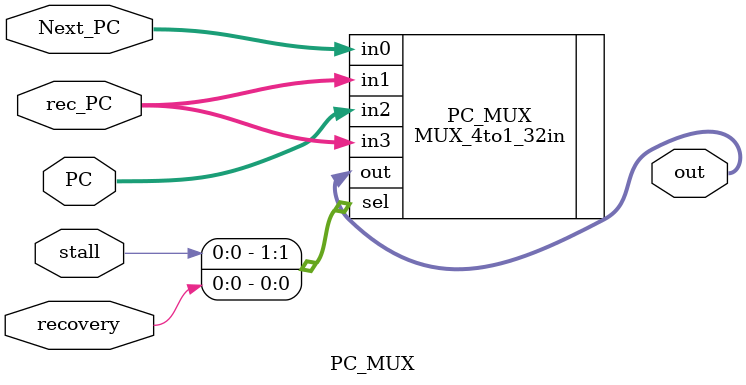
<source format=v>
`include "MUX_4to1_32in.v"

module PC_MUX (
    input recovery, stall,
    input [31:0] rec_PC, Next_PC, PC,
    output [31:0] out
);

MUX_4to1_32in PC_MUX(.sel ({stall, recovery}), 
    .in0 (Next_PC), .in1 (rec_PC), .in2 (PC), .in3 (rec_PC),
    .out (out));
endmodule
</source>
